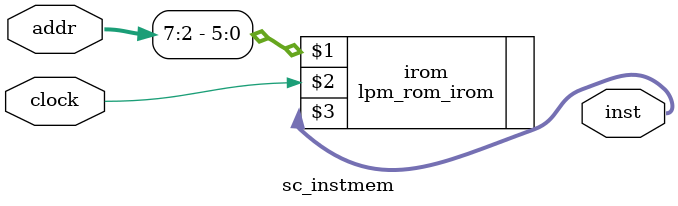
<source format=v>
module sc_instmem (addr,inst,clock);
   input  [31:0] addr;
   input         clock;
   output [31:0] inst;   
   
   lpm_rom_irom irom (addr[7:2],clock,inst);
endmodule 
</source>
